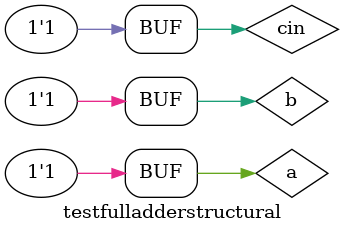
<source format=sv>
`timescale 1ns / 1ps

module testfulladderstructural();
    logic a, b, cin;
    logic s, cout;
    fulladder adder(a, b, cin, s, cout);
    initial begin
        a = 0; b = 0; cin = 0; #10;
        if (s !== 0 & cout !== 0) $display("000 failed");
        cin = 1; #10;
        if (s !== 1 & cout !== 0) $display("001 failed");
        b = 1; #10;
        if (s !== 0 & cout !== 1) $display("011 failed");
        cin = 0; #10;
        if (s !== 1 & cout !== 0) $display("010 failed");
        a = 1; #10;
        if (s !== 0 & cout !== 1) $display("110 failed");
        b = 0; #10;
        if (s !== 1 & cout !== 0) $display("100 failed");
        cin = 1; #10;
        if (s !== 0 & cout !== 1) $display("101 failed");
        b = 1; #10;
        if (s !== 1 & cout !== 1) $display("111 failed");
    end
endmodule
</source>
